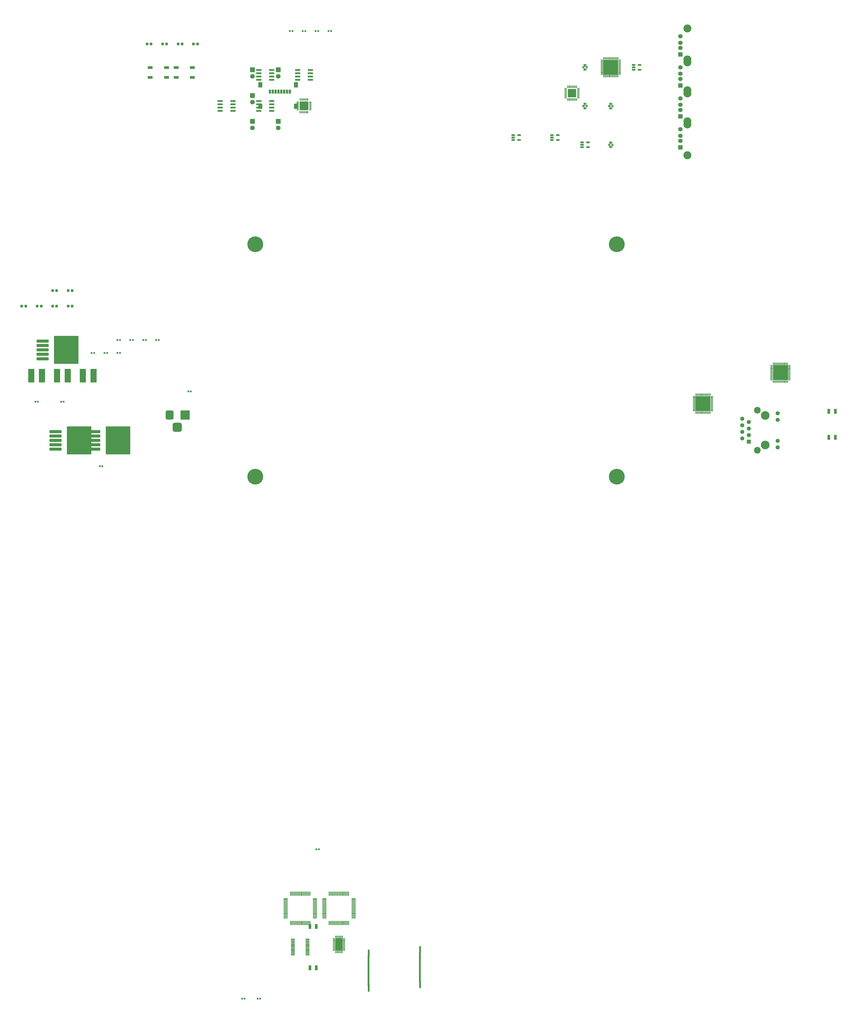
<source format=gts>
%TF.GenerationSoftware,KiCad,Pcbnew,9.0.6*%
%TF.CreationDate,2025-12-01T13:51:19+09:00*%
%TF.ProjectId,fcBoard,6663426f-6172-4642-9e6b-696361645f70,0.2*%
%TF.SameCoordinates,Original*%
%TF.FileFunction,Soldermask,Top*%
%TF.FilePolarity,Negative*%
%FSLAX46Y46*%
G04 Gerber Fmt 4.6, Leading zero omitted, Abs format (unit mm)*
G04 Created by KiCad (PCBNEW 9.0.6) date 2025-12-01 13:51:19*
%MOMM*%
%LPD*%
G01*
G04 APERTURE LIST*
G04 Aperture macros list*
%AMRoundRect*
0 Rectangle with rounded corners*
0 $1 Rounding radius*
0 $2 $3 $4 $5 $6 $7 $8 $9 X,Y pos of 4 corners*
0 Add a 4 corners polygon primitive as box body*
4,1,4,$2,$3,$4,$5,$6,$7,$8,$9,$2,$3,0*
0 Add four circle primitives for the rounded corners*
1,1,$1+$1,$2,$3*
1,1,$1+$1,$4,$5*
1,1,$1+$1,$6,$7*
1,1,$1+$1,$8,$9*
0 Add four rect primitives between the rounded corners*
20,1,$1+$1,$2,$3,$4,$5,0*
20,1,$1+$1,$4,$5,$6,$7,0*
20,1,$1+$1,$6,$7,$8,$9,0*
20,1,$1+$1,$8,$9,$2,$3,0*%
G04 Aperture macros list end*
%ADD10RoundRect,0.243750X-0.243750X-0.281250X0.243750X-0.281250X0.243750X0.281250X-0.243750X0.281250X0*%
%ADD11RoundRect,0.125000X-0.662500X-0.125000X0.662500X-0.125000X0.662500X0.125000X-0.662500X0.125000X0*%
%ADD12C,3.350000*%
%ADD13RoundRect,0.267200X-0.532800X-0.532800X0.532800X-0.532800X0.532800X0.532800X-0.532800X0.532800X0*%
%ADD14C,1.600000*%
%ADD15C,2.600000*%
%ADD16RoundRect,0.050000X-0.850000X-0.850000X0.850000X-0.850000X0.850000X0.850000X-0.850000X0.850000X0*%
%ADD17C,1.800000*%
%ADD18RoundRect,0.087500X-0.400000X-0.087500X0.400000X-0.087500X0.400000X0.087500X-0.400000X0.087500X0*%
%ADD19RoundRect,0.087500X-0.087500X-0.400000X0.087500X-0.400000X0.087500X0.400000X-0.087500X0.400000X0*%
%ADD20RoundRect,0.050000X-1.550000X-1.550000X1.550000X-1.550000X1.550000X1.550000X-1.550000X1.550000X0*%
%ADD21RoundRect,0.100000X-0.725000X-0.100000X0.725000X-0.100000X0.725000X0.100000X-0.725000X0.100000X0*%
%ADD22RoundRect,0.100000X-0.100000X-0.725000X0.100000X-0.725000X0.100000X0.725000X-0.100000X0.725000X0*%
%ADD23RoundRect,0.050000X-0.500000X-0.900000X0.500000X-0.900000X0.500000X0.900000X-0.500000X0.900000X0*%
%ADD24RoundRect,0.175000X-0.537500X-0.175000X0.537500X-0.175000X0.537500X0.175000X-0.537500X0.175000X0*%
%ADD25RoundRect,0.160000X-0.160000X-0.210000X0.160000X-0.210000X0.160000X0.210000X-0.160000X0.210000X0*%
%ADD26RoundRect,0.050000X1.750000X1.750000X-1.750000X1.750000X-1.750000X-1.750000X1.750000X-1.750000X0*%
%ADD27RoundRect,0.775000X0.775000X1.025000X-0.775000X1.025000X-0.775000X-1.025000X0.775000X-1.025000X0*%
%ADD28RoundRect,0.900000X0.900000X0.900000X-0.900000X0.900000X-0.900000X-0.900000X0.900000X-0.900000X0*%
%ADD29RoundRect,0.272728X-2.077272X-0.327272X2.077272X-0.327272X2.077272X0.327272X-2.077272X0.327272X0*%
%ADD30RoundRect,0.252662X-4.497338X-5.197338X4.497338X-5.197338X4.497338X5.197338X-4.497338X5.197338X0*%
%ADD31RoundRect,0.050000X-1.175000X-2.550000X1.175000X-2.550000X1.175000X2.550000X-1.175000X2.550000X0*%
%ADD32RoundRect,0.175000X-0.850000X-0.175000X0.850000X-0.175000X0.850000X0.175000X-0.850000X0.175000X0*%
%ADD33RoundRect,0.050000X-0.800000X-0.800000X0.800000X-0.800000X0.800000X0.800000X-0.800000X0.800000X0*%
%ADD34C,1.700000*%
%ADD35C,3.100000*%
%ADD36RoundRect,0.165000X-0.165000X-0.195000X0.165000X-0.195000X0.165000X0.195000X-0.165000X0.195000X0*%
%ADD37C,6.100000*%
%ADD38RoundRect,0.050000X-2.800000X-2.800000X2.800000X-2.800000X2.800000X2.800000X-2.800000X2.800000X0*%
%ADD39RoundRect,0.087500X-0.362500X-0.087500X0.362500X-0.087500X0.362500X0.087500X-0.362500X0.087500X0*%
%ADD40RoundRect,0.087500X-0.087500X-0.362500X0.087500X-0.362500X0.087500X0.362500X-0.087500X0.362500X0*%
%ADD41RoundRect,0.050000X-1.675000X-1.675000X1.675000X-1.675000X1.675000X1.675000X-1.675000X1.675000X0*%
%ADD42RoundRect,0.050000X-0.400000X-0.750000X0.400000X-0.750000X0.400000X0.750000X-0.400000X0.750000X0*%
%ADD43RoundRect,0.050000X-0.725000X-1.000000X0.725000X-1.000000X0.725000X1.000000X-0.725000X1.000000X0*%
%ADD44RoundRect,0.050000X-0.850000X-0.500000X0.850000X-0.500000X0.850000X0.500000X-0.850000X0.500000X0*%
%ADD45RoundRect,0.075000X-0.462500X-0.075000X0.462500X-0.075000X0.462500X0.075000X-0.462500X0.075000X0*%
%ADD46RoundRect,0.075000X-0.362500X-0.075000X0.362500X-0.075000X0.362500X0.075000X-0.362500X0.075000X0*%
%ADD47RoundRect,0.075000X-0.075000X-0.362500X0.075000X-0.362500X0.075000X0.362500X-0.075000X0.362500X0*%
%ADD48RoundRect,0.087500X-0.375000X-0.087500X0.375000X-0.087500X0.375000X0.087500X-0.375000X0.087500X0*%
%ADD49RoundRect,0.087500X-0.087500X-0.375000X0.087500X-0.375000X0.087500X0.375000X-0.087500X0.375000X0*%
%ADD50RoundRect,0.050000X-1.350000X-1.350000X1.350000X-1.350000X1.350000X1.350000X-1.350000X1.350000X0*%
%ADD51RoundRect,0.050000X-0.250000X-1.400000X0.250000X-1.400000X0.250000X1.400000X-0.250000X1.400000X0*%
%ADD52RoundRect,0.050000X-0.300000X-1.300000X0.300000X-1.300000X0.300000X1.300000X-0.300000X1.300000X0*%
G04 APERTURE END LIST*
D10*
%TO.C,D16*%
X32467500Y-128945000D03*
X34042500Y-128945000D03*
%TD*%
D11*
%TO.C,U42*%
X119507500Y-374215000D03*
X119507500Y-374865000D03*
X119507500Y-375515000D03*
X119507500Y-376165000D03*
X119507500Y-376815000D03*
X119507500Y-377465000D03*
X119507500Y-378115000D03*
X119507500Y-378765000D03*
X119507500Y-379415000D03*
X119507500Y-380065000D03*
X125232500Y-380065000D03*
X125232500Y-379415000D03*
X125232500Y-378765000D03*
X125232500Y-378115000D03*
X125232500Y-377465000D03*
X125232500Y-376815000D03*
X125232500Y-376165000D03*
X125232500Y-375515000D03*
X125232500Y-374865000D03*
X125232500Y-374215000D03*
%TD*%
D12*
%TO.C,J6*%
X302460000Y-182765000D03*
X302460000Y-171335000D03*
D13*
X296100000Y-181490000D03*
D14*
X293560000Y-180230000D03*
X296100000Y-178950000D03*
X293560000Y-177690000D03*
X296100000Y-176410000D03*
X293560000Y-175150000D03*
X296100000Y-173870000D03*
X293560000Y-172610000D03*
X307360000Y-183675000D03*
X307360000Y-181135000D03*
X307360000Y-172965000D03*
X307360000Y-170425000D03*
D15*
X299410000Y-184795000D03*
X299410000Y-169305000D03*
%TD*%
D16*
%TO.C,J7*%
X103825000Y-37445000D03*
D17*
X103825000Y-39985000D03*
%TD*%
D18*
%TO.C,U1*%
X225232500Y-44760000D03*
X225232500Y-45260000D03*
X225232500Y-45760000D03*
X225232500Y-46260000D03*
X225232500Y-46760000D03*
X225232500Y-47260000D03*
X225232500Y-47760000D03*
X225232500Y-48260000D03*
D19*
X225920000Y-48947500D03*
X226420000Y-48947500D03*
X226920000Y-48947500D03*
X227420000Y-48947500D03*
X227920000Y-48947500D03*
X228420000Y-48947500D03*
X228920000Y-48947500D03*
X229420000Y-48947500D03*
D18*
X230107500Y-48260000D03*
X230107500Y-47760000D03*
X230107500Y-47260000D03*
X230107500Y-46760000D03*
X230107500Y-46260000D03*
X230107500Y-45760000D03*
X230107500Y-45260000D03*
X230107500Y-44760000D03*
D19*
X229420000Y-44072500D03*
X228920000Y-44072500D03*
X228420000Y-44072500D03*
X227920000Y-44072500D03*
X227420000Y-44072500D03*
X226920000Y-44072500D03*
X226420000Y-44072500D03*
X225920000Y-44072500D03*
D20*
X227670000Y-46510000D03*
%TD*%
D21*
%TO.C,U43*%
X131695000Y-358390000D03*
X131695000Y-358890000D03*
X131695000Y-359390000D03*
X131695000Y-359890000D03*
X131695000Y-360390000D03*
X131695000Y-360890000D03*
X131695000Y-361390000D03*
X131695000Y-361890000D03*
X131695000Y-362390000D03*
X131695000Y-362890000D03*
X131695000Y-363390000D03*
X131695000Y-363890000D03*
X131695000Y-364390000D03*
X131695000Y-364890000D03*
X131695000Y-365390000D03*
X131695000Y-365890000D03*
D22*
X133620000Y-367815000D03*
X134120000Y-367815000D03*
X134620000Y-367815000D03*
X135120000Y-367815000D03*
X135620000Y-367815000D03*
X136120000Y-367815000D03*
X136620000Y-367815000D03*
X137120000Y-367815000D03*
X137620000Y-367815000D03*
X138120000Y-367815000D03*
X138620000Y-367815000D03*
X139120000Y-367815000D03*
X139620000Y-367815000D03*
X140120000Y-367815000D03*
X140620000Y-367815000D03*
X141120000Y-367815000D03*
D21*
X143045000Y-365890000D03*
X143045000Y-365390000D03*
X143045000Y-364890000D03*
X143045000Y-364390000D03*
X143045000Y-363890000D03*
X143045000Y-363390000D03*
X143045000Y-362890000D03*
X143045000Y-362390000D03*
X143045000Y-361890000D03*
X143045000Y-361390000D03*
X143045000Y-360890000D03*
X143045000Y-360390000D03*
X143045000Y-359890000D03*
X143045000Y-359390000D03*
X143045000Y-358890000D03*
X143045000Y-358390000D03*
D22*
X141120000Y-356465000D03*
X140620000Y-356465000D03*
X140120000Y-356465000D03*
X139620000Y-356465000D03*
X139120000Y-356465000D03*
X138620000Y-356465000D03*
X138120000Y-356465000D03*
X137620000Y-356465000D03*
X137120000Y-356465000D03*
X136620000Y-356465000D03*
X136120000Y-356465000D03*
X135620000Y-356465000D03*
X135120000Y-356465000D03*
X134620000Y-356465000D03*
X134120000Y-356465000D03*
X133620000Y-356465000D03*
%TD*%
D23*
%TO.C,Y10*%
X128620000Y-385140000D03*
X126120000Y-385140000D03*
%TD*%
%TO.C,Y9*%
X128620000Y-369140000D03*
X126120000Y-369140000D03*
%TD*%
D24*
%TO.C,U8*%
X251532500Y-35560000D03*
X251532500Y-36510000D03*
X251532500Y-37460000D03*
X253807500Y-37460000D03*
X253807500Y-35560000D03*
%TD*%
D25*
%TO.C,R4*%
X133315000Y-22445000D03*
X134335000Y-22445000D03*
%TD*%
D23*
%TO.C,Y2*%
X329650000Y-179740000D03*
X327150000Y-179740000D03*
%TD*%
D25*
%TO.C,R20*%
X46545000Y-147115000D03*
X47565000Y-147115000D03*
%TD*%
%TO.C,R3*%
X128315000Y-22445000D03*
X129335000Y-22445000D03*
%TD*%
%TO.C,R2*%
X123315000Y-22445000D03*
X124335000Y-22445000D03*
%TD*%
D26*
%TO.C,J16*%
X77770000Y-171150000D03*
D27*
X71770000Y-171150000D03*
D28*
X74770000Y-175850000D03*
%TD*%
D29*
%TO.C,U26*%
X22605000Y-142545000D03*
X22605000Y-144245000D03*
X22605000Y-145945000D03*
D30*
X31755000Y-145945000D03*
D29*
X22605000Y-147645000D03*
X22605000Y-149345000D03*
%TD*%
D25*
%TO.C,R1*%
X118315000Y-22445000D03*
X119335000Y-22445000D03*
%TD*%
D23*
%TO.C,Y1*%
X329650000Y-169740000D03*
X327150000Y-169740000D03*
%TD*%
D16*
%TO.C,J10*%
X113825000Y-37445000D03*
D17*
X113825000Y-39985000D03*
%TD*%
D16*
%TO.C,J12*%
X113825000Y-57445000D03*
D17*
X113825000Y-59985000D03*
%TD*%
D31*
%TO.C,L6*%
X38180000Y-155945000D03*
X42330000Y-155945000D03*
%TD*%
D10*
%TO.C,D12*%
X32467500Y-122945000D03*
X34042500Y-122945000D03*
%TD*%
D32*
%TO.C,U13*%
X106350000Y-37540000D03*
X106350000Y-38810000D03*
X106350000Y-40080000D03*
X106350000Y-41350000D03*
X111300000Y-41350000D03*
X111300000Y-40080000D03*
X111300000Y-38810000D03*
X111300000Y-37540000D03*
%TD*%
D24*
%TO.C,U9*%
X204865000Y-62730000D03*
X204865000Y-63680000D03*
X204865000Y-64630000D03*
X207140000Y-64630000D03*
X207140000Y-62730000D03*
%TD*%
D31*
%TO.C,L5*%
X28180000Y-155945000D03*
X32330000Y-155945000D03*
%TD*%
D10*
%TO.C,D11*%
X26467500Y-122945000D03*
X28042500Y-122945000D03*
%TD*%
D33*
%TO.C,J4*%
X269670000Y-67510000D03*
D34*
X269670000Y-65010000D03*
X269670000Y-63010000D03*
X269670000Y-60510000D03*
D35*
X272380000Y-70580000D03*
X272380000Y-57440000D03*
%TD*%
D36*
%TO.C,C37*%
X105890000Y-397140000D03*
X106850000Y-397140000D03*
%TD*%
%TO.C,C23*%
X44775000Y-190945000D03*
X45735000Y-190945000D03*
%TD*%
D29*
%TO.C,U28*%
X42605000Y-177545000D03*
X42605000Y-179245000D03*
X42605000Y-180945000D03*
D30*
X51755000Y-180945000D03*
D29*
X42605000Y-182645000D03*
X42605000Y-184345000D03*
%TD*%
D37*
%TO.C,MH2*%
X245000000Y-105000000D03*
%TD*%
D18*
%TO.C,U11*%
X304962500Y-151990000D03*
X304962500Y-152490000D03*
X304962500Y-152990000D03*
X304962500Y-153490000D03*
X304962500Y-153990000D03*
X304962500Y-154490000D03*
X304962500Y-154990000D03*
X304962500Y-155490000D03*
X304962500Y-155990000D03*
X304962500Y-156490000D03*
X304962500Y-156990000D03*
X304962500Y-157490000D03*
D19*
X305650000Y-158177500D03*
X306150000Y-158177500D03*
X306650000Y-158177500D03*
X307150000Y-158177500D03*
X307650000Y-158177500D03*
X308150000Y-158177500D03*
X308650000Y-158177500D03*
X309150000Y-158177500D03*
X309650000Y-158177500D03*
X310150000Y-158177500D03*
X310650000Y-158177500D03*
X311150000Y-158177500D03*
D18*
X311837500Y-157490000D03*
X311837500Y-156990000D03*
X311837500Y-156490000D03*
X311837500Y-155990000D03*
X311837500Y-155490000D03*
X311837500Y-154990000D03*
X311837500Y-154490000D03*
X311837500Y-153990000D03*
X311837500Y-153490000D03*
X311837500Y-152990000D03*
X311837500Y-152490000D03*
X311837500Y-151990000D03*
D19*
X311150000Y-151302500D03*
X310650000Y-151302500D03*
X310150000Y-151302500D03*
X309650000Y-151302500D03*
X309150000Y-151302500D03*
X308650000Y-151302500D03*
X308150000Y-151302500D03*
X307650000Y-151302500D03*
X307150000Y-151302500D03*
X306650000Y-151302500D03*
X306150000Y-151302500D03*
X305650000Y-151302500D03*
D38*
X308400000Y-154740000D03*
%TD*%
D25*
%TO.C,R17*%
X61545000Y-142115000D03*
X62565000Y-142115000D03*
%TD*%
D39*
%TO.C,U17*%
X121375000Y-49945000D03*
X121375000Y-50445000D03*
X121375000Y-50945000D03*
X121375000Y-51445000D03*
X121375000Y-51945000D03*
X121375000Y-52445000D03*
X121375000Y-52945000D03*
D40*
X122325000Y-53895000D03*
X122825000Y-53895000D03*
X123325000Y-53895000D03*
X123825000Y-53895000D03*
X124325000Y-53895000D03*
X124825000Y-53895000D03*
X125325000Y-53895000D03*
D39*
X126275000Y-52945000D03*
X126275000Y-52445000D03*
X126275000Y-51945000D03*
X126275000Y-51445000D03*
X126275000Y-50945000D03*
X126275000Y-50445000D03*
X126275000Y-49945000D03*
D40*
X125325000Y-48995000D03*
X124825000Y-48995000D03*
X124325000Y-48995000D03*
X123825000Y-48995000D03*
X123325000Y-48995000D03*
X122825000Y-48995000D03*
X122325000Y-48995000D03*
D41*
X123825000Y-51445000D03*
%TD*%
D25*
%TO.C,R16*%
X56545000Y-142115000D03*
X57565000Y-142115000D03*
%TD*%
D24*
%TO.C,U7*%
X231532500Y-65560000D03*
X231532500Y-66510000D03*
X231532500Y-67460000D03*
X233807500Y-67460000D03*
X233807500Y-65560000D03*
%TD*%
D10*
%TO.C,D3*%
X75037500Y-27445000D03*
X76612500Y-27445000D03*
%TD*%
D18*
%TO.C,U12*%
X274962500Y-163990000D03*
X274962500Y-164490000D03*
X274962500Y-164990000D03*
X274962500Y-165490000D03*
X274962500Y-165990000D03*
X274962500Y-166490000D03*
X274962500Y-166990000D03*
X274962500Y-167490000D03*
X274962500Y-167990000D03*
X274962500Y-168490000D03*
X274962500Y-168990000D03*
X274962500Y-169490000D03*
D19*
X275650000Y-170177500D03*
X276150000Y-170177500D03*
X276650000Y-170177500D03*
X277150000Y-170177500D03*
X277650000Y-170177500D03*
X278150000Y-170177500D03*
X278650000Y-170177500D03*
X279150000Y-170177500D03*
X279650000Y-170177500D03*
X280150000Y-170177500D03*
X280650000Y-170177500D03*
X281150000Y-170177500D03*
D18*
X281837500Y-169490000D03*
X281837500Y-168990000D03*
X281837500Y-168490000D03*
X281837500Y-167990000D03*
X281837500Y-167490000D03*
X281837500Y-166990000D03*
X281837500Y-166490000D03*
X281837500Y-165990000D03*
X281837500Y-165490000D03*
X281837500Y-164990000D03*
X281837500Y-164490000D03*
X281837500Y-163990000D03*
D19*
X281150000Y-163302500D03*
X280650000Y-163302500D03*
X280150000Y-163302500D03*
X279650000Y-163302500D03*
X279150000Y-163302500D03*
X278650000Y-163302500D03*
X278150000Y-163302500D03*
X277650000Y-163302500D03*
X277150000Y-163302500D03*
X276650000Y-163302500D03*
X276150000Y-163302500D03*
X275650000Y-163302500D03*
D38*
X278400000Y-166740000D03*
%TD*%
D25*
%TO.C,R18*%
X66545000Y-142115000D03*
X67565000Y-142115000D03*
%TD*%
D33*
%TO.C,J3*%
X269670000Y-55510000D03*
D34*
X269670000Y-53010000D03*
X269670000Y-51010000D03*
X269670000Y-48510000D03*
D35*
X272380000Y-58580000D03*
X272380000Y-45440000D03*
%TD*%
D42*
%TO.C,J11*%
X110625000Y-45895000D03*
X111725000Y-45895000D03*
X112825000Y-45895000D03*
X113925000Y-45895000D03*
X115025000Y-45895000D03*
X116125000Y-45895000D03*
X117225000Y-45895000D03*
X118325000Y-45895000D03*
D43*
X106950000Y-43295000D03*
X106950000Y-51595000D03*
X120700000Y-43295000D03*
X120700000Y-51595000D03*
%TD*%
D44*
%TO.C,SW2*%
X74280000Y-36630000D03*
X80580000Y-36630000D03*
X74280000Y-40430000D03*
X80580000Y-40430000D03*
%TD*%
D10*
%TO.C,D4*%
X81037500Y-27445000D03*
X82612500Y-27445000D03*
%TD*%
D45*
%TO.C,U5*%
X232107500Y-36310000D03*
D46*
X232007500Y-36710000D03*
D47*
X232270000Y-37372500D03*
X232670000Y-37372500D03*
X233070000Y-37372500D03*
D46*
X233332500Y-36710000D03*
X233332500Y-36310000D03*
D47*
X233070000Y-35647500D03*
X232670000Y-35647500D03*
X232270000Y-35647500D03*
%TD*%
D18*
%TO.C,U2*%
X239232500Y-33760000D03*
X239232500Y-34260000D03*
X239232500Y-34760000D03*
X239232500Y-35260000D03*
X239232500Y-35760000D03*
X239232500Y-36260000D03*
X239232500Y-36760000D03*
X239232500Y-37260000D03*
X239232500Y-37760000D03*
X239232500Y-38260000D03*
X239232500Y-38760000D03*
X239232500Y-39260000D03*
D19*
X239920000Y-39947500D03*
X240420000Y-39947500D03*
X240920000Y-39947500D03*
X241420000Y-39947500D03*
X241920000Y-39947500D03*
X242420000Y-39947500D03*
X242920000Y-39947500D03*
X243420000Y-39947500D03*
X243920000Y-39947500D03*
X244420000Y-39947500D03*
X244920000Y-39947500D03*
X245420000Y-39947500D03*
D18*
X246107500Y-39260000D03*
X246107500Y-38760000D03*
X246107500Y-38260000D03*
X246107500Y-37760000D03*
X246107500Y-37260000D03*
X246107500Y-36760000D03*
X246107500Y-36260000D03*
X246107500Y-35760000D03*
X246107500Y-35260000D03*
X246107500Y-34760000D03*
X246107500Y-34260000D03*
X246107500Y-33760000D03*
D19*
X245420000Y-33072500D03*
X244920000Y-33072500D03*
X244420000Y-33072500D03*
X243920000Y-33072500D03*
X243420000Y-33072500D03*
X242920000Y-33072500D03*
X242420000Y-33072500D03*
X241920000Y-33072500D03*
X241420000Y-33072500D03*
X240920000Y-33072500D03*
X240420000Y-33072500D03*
X239920000Y-33072500D03*
D38*
X242670000Y-36510000D03*
%TD*%
D45*
%TO.C,U4*%
X242107500Y-66310000D03*
D46*
X242007500Y-66710000D03*
D47*
X242270000Y-67372500D03*
X242670000Y-67372500D03*
X243070000Y-67372500D03*
D46*
X243332500Y-66710000D03*
X243332500Y-66310000D03*
D47*
X243070000Y-65647500D03*
X242670000Y-65647500D03*
X242270000Y-65647500D03*
%TD*%
D24*
%TO.C,U10*%
X219865000Y-62730000D03*
X219865000Y-63680000D03*
X219865000Y-64630000D03*
X222140000Y-64630000D03*
X222140000Y-62730000D03*
%TD*%
D25*
%TO.C,R15*%
X51545000Y-142115000D03*
X52565000Y-142115000D03*
%TD*%
D33*
%TO.C,J2*%
X269670000Y-43510000D03*
D34*
X269670000Y-41010000D03*
X269670000Y-39010000D03*
X269670000Y-36510000D03*
D35*
X272380000Y-46580000D03*
X272380000Y-33440000D03*
%TD*%
D25*
%TO.C,R21*%
X51545000Y-147115000D03*
X52565000Y-147115000D03*
%TD*%
D33*
%TO.C,J1*%
X269670000Y-31510000D03*
D34*
X269670000Y-29010000D03*
X269670000Y-27010000D03*
X269670000Y-24510000D03*
D35*
X272380000Y-34580000D03*
X272380000Y-21440000D03*
%TD*%
D10*
%TO.C,D14*%
X20467500Y-128945000D03*
X22042500Y-128945000D03*
%TD*%
%TO.C,D13*%
X14467500Y-128945000D03*
X16042500Y-128945000D03*
%TD*%
D36*
%TO.C,C20*%
X19775000Y-165945000D03*
X20735000Y-165945000D03*
%TD*%
D32*
%TO.C,U14*%
X121350000Y-37540000D03*
X121350000Y-38810000D03*
X121350000Y-40080000D03*
X121350000Y-41350000D03*
X126300000Y-41350000D03*
X126300000Y-40080000D03*
X126300000Y-38810000D03*
X126300000Y-37540000D03*
%TD*%
D48*
%TO.C,U44*%
X135407500Y-375890000D03*
X135407500Y-376390000D03*
X135407500Y-376890000D03*
X135407500Y-377390000D03*
X135407500Y-377890000D03*
X135407500Y-378390000D03*
D49*
X136120000Y-379102500D03*
X136620000Y-379102500D03*
X137120000Y-379102500D03*
X137620000Y-379102500D03*
X138120000Y-379102500D03*
X138620000Y-379102500D03*
D48*
X139332500Y-378390000D03*
X139332500Y-377890000D03*
X139332500Y-377390000D03*
X139332500Y-376890000D03*
X139332500Y-376390000D03*
X139332500Y-375890000D03*
D49*
X138620000Y-375177500D03*
X138120000Y-375177500D03*
X137620000Y-375177500D03*
X137120000Y-375177500D03*
X136620000Y-375177500D03*
X136120000Y-375177500D03*
D50*
X137370000Y-377140000D03*
%TD*%
D16*
%TO.C,J9*%
X103825000Y-57445000D03*
D17*
X103825000Y-59985000D03*
%TD*%
D29*
%TO.C,U27*%
X27605000Y-177545000D03*
X27605000Y-179245000D03*
X27605000Y-180945000D03*
D30*
X36755000Y-180945000D03*
D29*
X27605000Y-182645000D03*
X27605000Y-184345000D03*
%TD*%
D10*
%TO.C,D2*%
X69037500Y-27445000D03*
X70612500Y-27445000D03*
%TD*%
D44*
%TO.C,SW1*%
X64280000Y-36630000D03*
X70580000Y-36630000D03*
X64280000Y-40430000D03*
X70580000Y-40430000D03*
%TD*%
D48*
%TO.C,U45*%
X135407500Y-373890000D03*
X135407500Y-374390000D03*
X135407500Y-374890000D03*
X135407500Y-375390000D03*
X135407500Y-375890000D03*
X135407500Y-376390000D03*
D49*
X136120000Y-377102500D03*
X136620000Y-377102500D03*
X137120000Y-377102500D03*
X137620000Y-377102500D03*
X138120000Y-377102500D03*
X138620000Y-377102500D03*
D48*
X139332500Y-376390000D03*
X139332500Y-375890000D03*
X139332500Y-375390000D03*
X139332500Y-374890000D03*
X139332500Y-374390000D03*
X139332500Y-373890000D03*
D49*
X138620000Y-373177500D03*
X138120000Y-373177500D03*
X137620000Y-373177500D03*
X137120000Y-373177500D03*
X136620000Y-373177500D03*
X136120000Y-373177500D03*
D50*
X137370000Y-375140000D03*
%TD*%
D21*
%TO.C,U41*%
X116695000Y-358390000D03*
X116695000Y-358890000D03*
X116695000Y-359390000D03*
X116695000Y-359890000D03*
X116695000Y-360390000D03*
X116695000Y-360890000D03*
X116695000Y-361390000D03*
X116695000Y-361890000D03*
X116695000Y-362390000D03*
X116695000Y-362890000D03*
X116695000Y-363390000D03*
X116695000Y-363890000D03*
X116695000Y-364390000D03*
X116695000Y-364890000D03*
X116695000Y-365390000D03*
X116695000Y-365890000D03*
D22*
X118620000Y-367815000D03*
X119120000Y-367815000D03*
X119620000Y-367815000D03*
X120120000Y-367815000D03*
X120620000Y-367815000D03*
X121120000Y-367815000D03*
X121620000Y-367815000D03*
X122120000Y-367815000D03*
X122620000Y-367815000D03*
X123120000Y-367815000D03*
X123620000Y-367815000D03*
X124120000Y-367815000D03*
X124620000Y-367815000D03*
X125120000Y-367815000D03*
X125620000Y-367815000D03*
X126120000Y-367815000D03*
D21*
X128045000Y-365890000D03*
X128045000Y-365390000D03*
X128045000Y-364890000D03*
X128045000Y-364390000D03*
X128045000Y-363890000D03*
X128045000Y-363390000D03*
X128045000Y-362890000D03*
X128045000Y-362390000D03*
X128045000Y-361890000D03*
X128045000Y-361390000D03*
X128045000Y-360890000D03*
X128045000Y-360390000D03*
X128045000Y-359890000D03*
X128045000Y-359390000D03*
X128045000Y-358890000D03*
X128045000Y-358390000D03*
D22*
X126120000Y-356465000D03*
X125620000Y-356465000D03*
X125120000Y-356465000D03*
X124620000Y-356465000D03*
X124120000Y-356465000D03*
X123620000Y-356465000D03*
X123120000Y-356465000D03*
X122620000Y-356465000D03*
X122120000Y-356465000D03*
X121620000Y-356465000D03*
X121120000Y-356465000D03*
X120620000Y-356465000D03*
X120120000Y-356465000D03*
X119620000Y-356465000D03*
X119120000Y-356465000D03*
X118620000Y-356465000D03*
%TD*%
D25*
%TO.C,R24*%
X128620000Y-339290000D03*
X129640000Y-339290000D03*
%TD*%
D37*
%TO.C,MH1*%
X105000000Y-105000000D03*
%TD*%
D25*
%TO.C,R19*%
X41545000Y-147115000D03*
X42565000Y-147115000D03*
%TD*%
D32*
%TO.C,U15*%
X91350000Y-49540000D03*
X91350000Y-50810000D03*
X91350000Y-52080000D03*
X91350000Y-53350000D03*
X96300000Y-53350000D03*
X96300000Y-52080000D03*
X96300000Y-50810000D03*
X96300000Y-49540000D03*
%TD*%
D51*
%TO.C,J23*%
X168720000Y-389400000D03*
X168720000Y-388400000D03*
X168720000Y-387400000D03*
X168720000Y-386400000D03*
X168720000Y-385400000D03*
X168720000Y-384400000D03*
X168720000Y-383400000D03*
X168720000Y-382400000D03*
X168720000Y-381400000D03*
X168720000Y-380400000D03*
D52*
X168820000Y-391675000D03*
X168820000Y-378125000D03*
%TD*%
D45*
%TO.C,U6*%
X232107500Y-51310000D03*
D46*
X232007500Y-51710000D03*
D47*
X232270000Y-52372500D03*
X232670000Y-52372500D03*
X233070000Y-52372500D03*
D46*
X233332500Y-51710000D03*
X233332500Y-51310000D03*
D47*
X233070000Y-50647500D03*
X232670000Y-50647500D03*
X232270000Y-50647500D03*
%TD*%
D36*
%TO.C,C22*%
X79030000Y-162010000D03*
X79990000Y-162010000D03*
%TD*%
D16*
%TO.C,J8*%
X103825000Y-47445000D03*
D17*
X103825000Y-49985000D03*
%TD*%
D10*
%TO.C,D15*%
X26467500Y-128945000D03*
X28042500Y-128945000D03*
%TD*%
D32*
%TO.C,U16*%
X106350000Y-49540000D03*
X106350000Y-50810000D03*
X106350000Y-52080000D03*
X106350000Y-53350000D03*
X111300000Y-53350000D03*
X111300000Y-52080000D03*
X111300000Y-50810000D03*
X111300000Y-49540000D03*
%TD*%
D36*
%TO.C,C36*%
X99890000Y-397140000D03*
X100850000Y-397140000D03*
%TD*%
D37*
%TO.C,MH4*%
X245000000Y-195000000D03*
%TD*%
D45*
%TO.C,U3*%
X242107500Y-51310000D03*
D46*
X242007500Y-51710000D03*
D47*
X242270000Y-52372500D03*
X242670000Y-52372500D03*
X243070000Y-52372500D03*
D46*
X243332500Y-51710000D03*
X243332500Y-51310000D03*
D47*
X243070000Y-50647500D03*
X242670000Y-50647500D03*
X242270000Y-50647500D03*
%TD*%
D10*
%TO.C,D1*%
X63037500Y-27445000D03*
X64612500Y-27445000D03*
%TD*%
D51*
%TO.C,J24*%
X148800000Y-390815000D03*
X148800000Y-389815000D03*
X148800000Y-388815000D03*
X148800000Y-387815000D03*
X148800000Y-386815000D03*
X148800000Y-385815000D03*
X148800000Y-384815000D03*
X148800000Y-383815000D03*
X148800000Y-382815000D03*
X148800000Y-381815000D03*
D52*
X148900000Y-393090000D03*
X148900000Y-379540000D03*
%TD*%
D37*
%TO.C,MH3*%
X105000000Y-195000000D03*
%TD*%
D36*
%TO.C,C21*%
X29775000Y-165945000D03*
X30735000Y-165945000D03*
%TD*%
D31*
%TO.C,L4*%
X18180000Y-155945000D03*
X22330000Y-155945000D03*
%TD*%
M02*

</source>
